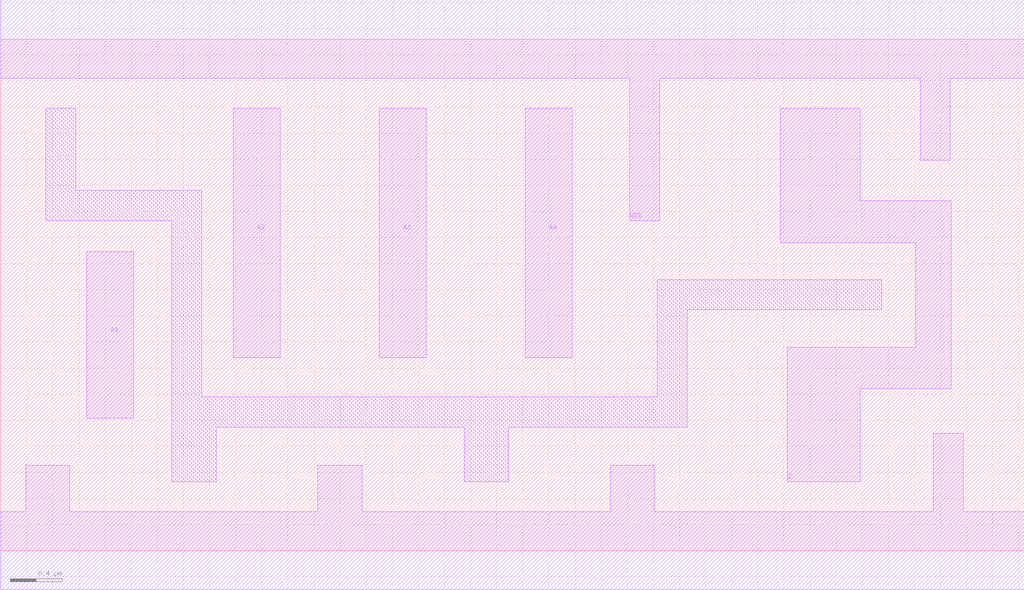
<source format=lef>
# Copyright 2022 GlobalFoundries PDK Authors
#
# Licensed under the Apache License, Version 2.0 (the "License");
# you may not use this file except in compliance with the License.
# You may obtain a copy of the License at
#
#      http://www.apache.org/licenses/LICENSE-2.0
#
# Unless required by applicable law or agreed to in writing, software
# distributed under the License is distributed on an "AS IS" BASIS,
# WITHOUT WARRANTIES OR CONDITIONS OF ANY KIND, either express or implied.
# See the License for the specific language governing permissions and
# limitations under the License.

MACRO gf180mcu_fd_sc_mcu7t5v0__or4_2
  CLASS core ;
  FOREIGN gf180mcu_fd_sc_mcu7t5v0__or4_2 0.0 0.0 ;
  ORIGIN 0 0 ;
  SYMMETRY X Y ;
  SITE GF018hv5v_mcu_sc7 ;
  SIZE 7.84 BY 3.92 ;
  PIN A1
    DIRECTION INPUT ;
    ANTENNAGATEAREA 0.889 ;
    PORT
      LAYER METAL1 ;
        POLYGON 0.66 1.015 1.02 1.015 1.02 2.29 0.66 2.29  ;
    END
  END A1
  PIN A2
    DIRECTION INPUT ;
    ANTENNAGATEAREA 0.889 ;
    PORT
      LAYER METAL1 ;
        POLYGON 1.78 1.48 2.14 1.48 2.14 3.39 1.78 3.39  ;
    END
  END A2
  PIN A3
    DIRECTION INPUT ;
    ANTENNAGATEAREA 0.889 ;
    PORT
      LAYER METAL1 ;
        POLYGON 2.9 1.48 3.26 1.48 3.26 3.39 2.9 3.39  ;
    END
  END A3
  PIN A4
    DIRECTION INPUT ;
    ANTENNAGATEAREA 0.889 ;
    PORT
      LAYER METAL1 ;
        POLYGON 4.02 1.48 4.38 1.48 4.38 3.39 4.02 3.39  ;
    END
  END A4
  PIN Z
    DIRECTION OUTPUT ;
    ANTENNADIFFAREA 1.1218 ;
    PORT
      LAYER METAL1 ;
        POLYGON 5.97 2.36 6.75 2.36 7.01 2.36 7.01 1.56 6.025 1.56 6.025 0.53 6.585 0.53 6.585 1.24 7.28 1.24 7.28 2.68 6.75 2.68 6.585 2.68 6.585 3.39 5.97 3.39  ;
    END
  END Z
  PIN VDD
    DIRECTION INOUT ;
    USE power ;
    SHAPE ABUTMENT ;
    PORT
      LAYER METAL1 ;
        POLYGON 0 3.62 4.82 3.62 4.82 2.53 5.05 2.53 5.05 3.62 6.75 3.62 7.045 3.62 7.045 2.99 7.275 2.99 7.275 3.62 7.84 3.62 7.84 4.22 6.75 4.22 0 4.22  ;
    END
  END VDD
  PIN VSS
    DIRECTION INOUT ;
    USE ground ;
    SHAPE ABUTMENT ;
    PORT
      LAYER METAL1 ;
        POLYGON 0 -0.3 7.84 -0.3 7.84 0.3 7.375 0.3 7.375 0.9 7.145 0.9 7.145 0.3 5.01 0.3 5.01 0.655 4.67 0.655 4.67 0.3 2.77 0.3 2.77 0.655 2.43 0.655 2.43 0.3 0.53 0.3 0.53 0.655 0.19 0.655 0.19 0.3 0 0.3  ;
    END
  END VSS
  OBS
      LAYER METAL1 ;
        POLYGON 0.345 2.53 1.31 2.53 1.31 0.53 1.65 0.53 1.65 0.945 3.55 0.945 3.55 0.53 3.89 0.53 3.89 0.945 5.26 0.945 5.26 1.845 6.75 1.845 6.75 2.075 5.03 2.075 5.03 1.18 1.54 1.18 1.54 2.76 0.575 2.76 0.575 3.39 0.345 3.39  ;
  END
END gf180mcu_fd_sc_mcu7t5v0__or4_2

</source>
